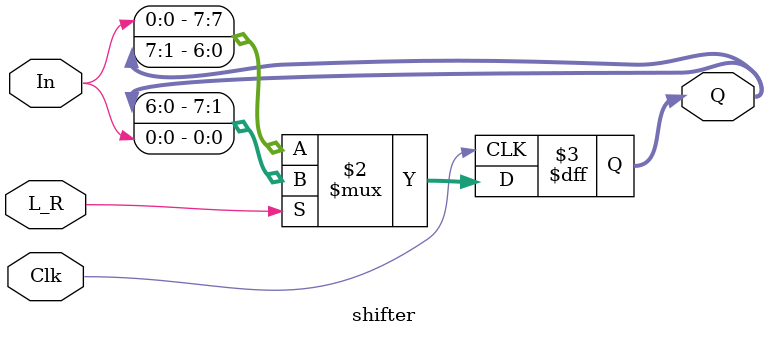
<source format=v>
`timescale 1ps/1ps
module shifter #
(
    parameter N = 8
)
(
   input        In,
   input        Clk,
   input        L_R,//0算术移位,1逻辑意味

   output reg [N-1:0]     Q
);

    always@(posedge Clk)begin
        //L_R=1左移(both a_l),L_R=0右移
        Q = L_R ?{Q[N-2:0],In}:{In,Q[N-1:1]};
    end

endmodule

</source>
